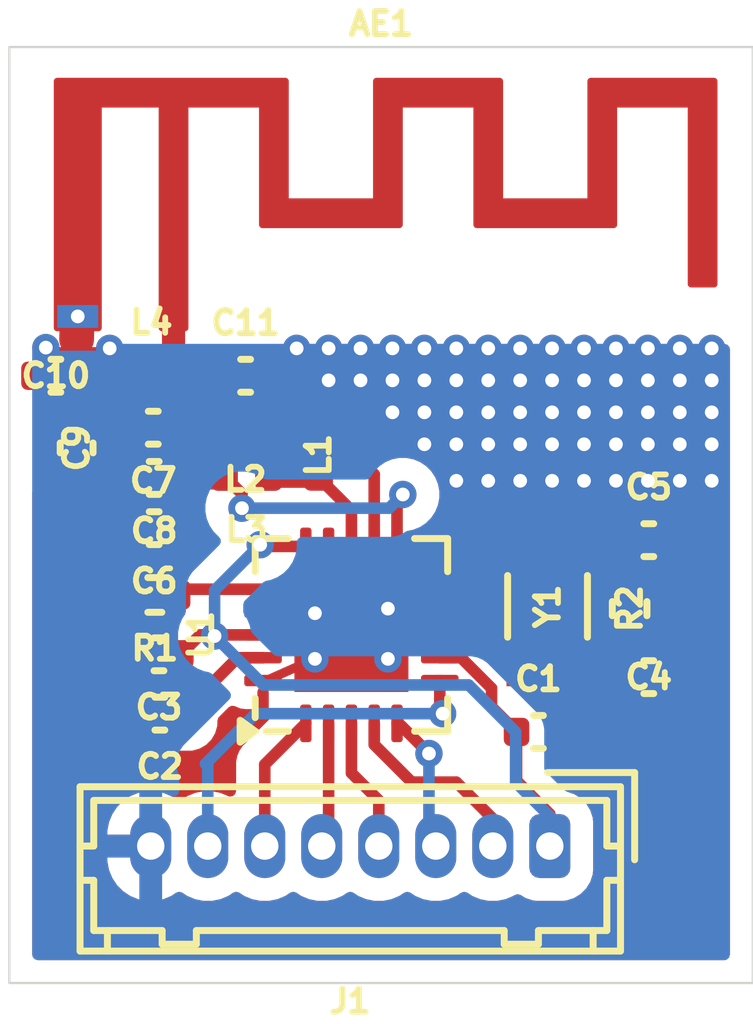
<source format=kicad_pcb>
(kicad_pcb (version 20241229) (generator "pcbnew") (generator_version "9.0")
  (layers (0 "F.Cu" signal) (2 "B.Cu" signal) (13 "F.Paste" user) (15 "B.Paste" user) (5 "F.SilkS" user "F.Silkscreen") (7 "B.SilkS" user "B.Silkscreen") (1 "F.Mask" user) (3 "B.Mask" user) (25 "Edge.Cuts" user))
  (net 0 "")
  (net 1 "Net-(AE1-A)")
  (net 2 "VDD")
  (net 3 "GND")
  (net 4 "Net-(U1-DVDD)")
  (net 5 "Net-(U1-XC2)")
  (net 6 "Net-(U1-XC1)")
  (net 7 "Net-(U1-VDD_PA)")
  (net 8 "Net-(C7-Pad1)")
  (net 9 "Net-(C10-Pad1)")
  (net 10 "Net-(J1-Pin_5)")
  (net 11 "Net-(J1-Pin_3)")
  (net 12 "Net-(J1-Pin_4)")
  (net 13 "Net-(J1-Pin_6)")
  (net 14 "Net-(J1-Pin_7)")
  (net 15 "Net-(J1-Pin_2)")
  (net 16 "Net-(U1-ANT1)")
  (net 17 "Net-(U1-ANT2)")
  (net 18 "Net-(U1-IREF)")
  (footprint "RF_Antenna:Texas_SWRA117D_2.4GHz_Right" (layer "F.Cu") (at 127.4 90.7)
    (property "Reference" "AE1" (at 4.55 -6.41 0) (layer "F.SilkS") (effects (font (size 0.508 0.508) (thickness 0.1524))))
    (property "Value" "Antenna")
    (fp_poly (pts (xy 2.45 -2.51) (xy 4.45 -2.51) (xy 4.45 -5.15) (xy 7.15 -5.15) (xy 7.15 -2.51) (xy 9.15 -2.51) (xy 9.15 -5.15) (xy 11.85 -5.15) (xy 11.85 -0.71) (xy 11.35 -0.71) (xy 11.35 -4.65) (xy 9.65 -4.65) (xy 9.65 -2.01) (xy 6.65 -2.01) (xy 6.65 -4.65) (xy 4.95 -4.65) (xy 4.95 -2.01) (xy 1.95 -2.01) (xy 1.95 -4.65) (xy 0.25 -4.65) (xy 0.25 0.25) (xy -0.25 0.25) (xy -0.25 -4.65) (xy -1.65 -4.65) (xy -1.65 0.25) (xy -2.55 0.25) (xy -2.55 0.006785) (xy -2.247583 0.006785) (xy -2.237742 0.054395) (xy -2.213674 0.096797) (xy -2.175731 0.129581) (xy -2.167819 0.133935) (xy -2.125156 0.146043) (xy -2.076637 0.1453) (xy -2.031122 0.1324) (xy -2.012511 0.121787) (xy -1.978868 0.086553) (xy -1.958309 0.041368) (xy -1.951778 -0.008158) (xy -1.960218 -0.056417) (xy -1.977112 -0.088643) (xy -2.012372 -0.121313) (xy -2.057682 -0.141408) (xy -2.107267 -0.147982) (xy -2.155353 -0.140092) (xy -2.188245 -0.123186) (xy -2.223185 -0.086416) (xy -2.242847 -0.041622) (xy -2.247583 0.006785) (xy -2.55 0.006785) (xy -2.55 -5.15) (xy 2.45 -5.15) (xy 2.45 -2.51)) (stroke (width 0.1524)) (fill yes) (layer "F.Cu") (net 1))
    (pad "1" connect rect (at 0 0) (size 0.5 0.5) (layers "F.Cu") (net 1 "Net-(AE1-A)"))
    (pad "2" thru_hole rect (at -2.1 0) (size 0.9 0.5) (drill 0.3) (layers "*.Cu"))
  )
  (footprint "Inductor_SMD:L_0402_1005Metric" (layer "F.Cu") (at 126.915 92)
    (property "Reference" "L4" (at 0 -1.17 0) (layer "F.SilkS") (effects (font (size 0.508 0.508) (thickness 0.1524))))
    (property "Value" "Lx")
    (pad "1" smd roundrect (at -0.485 0) (size 0.59 0.64) (layers "F.Cu" "F.Mask" "F.Paste") (net 9 "Net-(C10-Pad1)"))
    (pad "2" smd roundrect (at 0.485 0) (size 0.59 0.64) (layers "F.Cu" "F.Mask" "F.Paste") (net 1 "Net-(AE1-A)"))
  )
  (footprint "Resistor_SMD:R_0402_1005Metric" (layer "F.Cu") (at 126.99 96.8 180)
    (property "Reference" "R1" (at 0 -1.17 0) (layer "F.SilkS") (effects (font (size 0.508 0.508) (thickness 0.1524))))
    (property "Value" "22K")
    (fp_line (start -0.153641 0.38) (end 0.153641 0.38) (stroke (width 0.1524)) (layer "F.SilkS"))
    (fp_line (start -0.153641 -0.38) (end 0.153641 -0.38) (stroke (width 0.1524)) (layer "F.SilkS"))
    (pad "1" smd roundrect (at -0.51 0 180) (size 0.54 0.64) (layers "F.Cu" "F.Mask" "F.Paste") (net 18 "Net-(U1-IREF)"))
    (pad "2" smd roundrect (at 0.51 0 180) (size 0.54 0.64) (layers "F.Cu" "F.Mask" "F.Paste") (net 3 "GND"))
  )
  (footprint "Capacitor_SMD:C_0402_1005Metric" (layer "F.Cu") (at 126.975 94.2375 180)
    (property "Reference" "C8" (at 0 -1.16 0) (layer "F.SilkS") (effects (font (size 0.508 0.508) (thickness 0.1524))))
    (property "Value" "4.7pF")
    (fp_line (start -0.107836 0.36) (end 0.107836 0.36) (stroke (width 0.1524)) (layer "F.SilkS"))
    (fp_line (start -0.107836 -0.36) (end 0.107836 -0.36) (stroke (width 0.1524)) (layer "F.SilkS"))
    (pad "1" smd roundrect (at -0.48 0 180) (size 0.56 0.62) (layers "F.Cu" "F.Mask" "F.Paste") (net 7 "Net-(U1-VDD_PA)"))
    (pad "2" smd roundrect (at 0.48 0 180) (size 0.56 0.62) (layers "F.Cu" "F.Mask" "F.Paste") (net 3 "GND"))
  )
  (footprint "Connector_Hirose:Hirose_DF13-08P-1.25DSA_1x08_P1.25mm_Vertical" (layer "F.Cu") (at 135.65 102.3 180)
    (property "Reference" "J1" (at 4.38 -3.4 0) (layer "F.SilkS") (effects (font (size 0.508 0.508) (thickness 0.1524))))
    (property "Value" "Conn_01x08_Pin")
    (fp_line (start 10.3 1.3) (end 10.3 -2.3) (stroke (width 0.1524)) (layer "F.SilkS"))
    (fp_line (start 10.3 -0.75) (end 10 -0.75) (stroke (width 0.1524)) (layer "F.SilkS"))
    (fp_line (start 10.3 -2.3) (end -1.55 -2.3) (stroke (width 0.1524)) (layer "F.SilkS"))
    (fp_line (start 10 1) (end 10 0) (stroke (width 0.1524)) (layer "F.SilkS"))
    (fp_line (start 10 0) (end 10.3 0) (stroke (width 0.1524)) (layer "F.SilkS"))
    (fp_line (start 10 -0.75) (end 10 -1.85) (stroke (width 0.1524)) (layer "F.SilkS"))
    (fp_line (start 10 -1.85) (end 9.7 -1.85) (stroke (width 0.1524)) (layer "F.SilkS"))
    (fp_line (start 9.7 -1.85) (end 9.7 -2.3) (stroke (width 0.1524)) (layer "F.SilkS"))
    (fp_line (start 8.5 -1.85) (end 9.7 -1.85) (stroke (width 0.1524)) (layer "F.SilkS"))
    (fp_line (start 8.5 -2.15) (end 8.5 -1.85) (stroke (width 0.1524)) (layer "F.SilkS"))
    (fp_line (start 7.75 -1.85) (end 7.75 -2.15) (stroke (width 0.1524)) (layer "F.SilkS"))
    (fp_line (start 7.75 -2.15) (end 8.5 -2.15) (stroke (width 0.1524)) (layer "F.SilkS"))
    (fp_line (start 1 -1.85) (end 7.75 -1.85) (stroke (width 0.1524)) (layer "F.SilkS"))
    (fp_line (start 1 -2.15) (end 1 -1.85) (stroke (width 0.1524)) (layer "F.SilkS"))
    (fp_line (start 0.25 -1.85) (end 0.25 -2.15) (stroke (width 0.1524)) (layer "F.SilkS"))
    (fp_line (start 0.25 -2.15) (end 1 -2.15) (stroke (width 0.1524)) (layer "F.SilkS"))
    (fp_line (start -0.95 -1.85) (end 0.25 -1.85) (stroke (width 0.1524)) (layer "F.SilkS"))
    (fp_line (start -0.95 -1.85) (end -0.95 -2.3) (stroke (width 0.1524)) (layer "F.SilkS"))
    (fp_line (start -1.25 1) (end 10 1) (stroke (width 0.1524)) (layer "F.SilkS"))
    (fp_line (start -1.25 0) (end -1.25 1) (stroke (width 0.1524)) (layer "F.SilkS"))
    (fp_line (start -1.25 -0.75) (end -1.25 -1.85) (stroke (width 0.1524)) (layer "F.SilkS"))
    (fp_line (start -1.25 -1.85) (end -0.95 -1.85) (stroke (width 0.1524)) (layer "F.SilkS"))
    (fp_line (start -1.55 1.3) (end 10.3 1.3) (stroke (width 0.1524)) (layer "F.SilkS"))
    (fp_line (start -1.55 0) (end -1.25 0) (stroke (width 0.1524)) (layer "F.SilkS"))
    (fp_line (start -1.55 -0.75) (end -1.25 -0.75) (stroke (width 0.1524)) (layer "F.SilkS"))
    (fp_line (start -1.55 -2.3) (end -1.55 1.3) (stroke (width 0.1524)) (layer "F.SilkS"))
    (fp_line (start -1.86 1.61) (end 0.05 1.61) (stroke (width 0.1524)) (layer "F.SilkS"))
    (fp_line (start -1.86 -0.3) (end -1.86 1.61) (stroke (width 0.1524)) (layer "F.SilkS"))
    (pad "1" thru_hole roundrect (at 0 0 180) (size 0.9 1.4) (drill 0.6) (layers "*.Cu" "*.Mask") (net 2 "VDD"))
    (pad "2" thru_hole oval (at 1.25 0 180) (size 0.9 1.4) (drill 0.6) (layers "*.Cu" "*.Mask") (net 15 "Net-(J1-Pin_2)"))
    (pad "3" thru_hole oval (at 2.5 0 180) (size 0.9 1.4) (drill 0.6) (layers "*.Cu" "*.Mask") (net 11 "Net-(J1-Pin_3)"))
    (pad "4" thru_hole oval (at 3.75 0 180) (size 0.9 1.4) (drill 0.6) (layers "*.Cu" "*.Mask") (net 12 "Net-(J1-Pin_4)"))
    (pad "5" thru_hole oval (at 5 0 180) (size 0.9 1.4) (drill 0.6) (layers "*.Cu" "*.Mask") (net 10 "Net-(J1-Pin_5)"))
    (pad "6" thru_hole oval (at 6.25 0 180) (size 0.9 1.4) (drill 0.6) (layers "*.Cu" "*.Mask") (net 13 "Net-(J1-Pin_6)"))
    (pad "7" thru_hole oval (at 7.5 0 180) (size 0.9 1.4) (drill 0.6) (layers "*.Cu" "*.Mask") (net 14 "Net-(J1-Pin_7)"))
    (pad "8" thru_hole oval (at 8.75 0 180) (size 0.9 1.4) (drill 0.6) (layers "*.Cu" "*.Mask") (net 3 "GND"))
  )
  (footprint "Capacitor_SMD:C_0402_1005Metric" (layer "F.Cu") (at 126.955 93.1375 180)
    (property "Reference" "C7" (at 0 -1.16 0) (layer "F.SilkS") (effects (font (size 0.508 0.508) (thickness 0.1524))))
    (property "Value" "1.5pF")
    (fp_line (start -0.107836 0.36) (end 0.107836 0.36) (stroke (width 0.1524)) (layer "F.SilkS"))
    (fp_line (start -0.107836 -0.36) (end 0.107836 -0.36) (stroke (width 0.1524)) (layer "F.SilkS"))
    (pad "1" smd roundrect (at -0.48 0 180) (size 0.56 0.62) (layers "F.Cu" "F.Mask" "F.Paste") (net 8 "Net-(C7-Pad1)"))
    (pad "2" smd roundrect (at 0.48 0 180) (size 0.56 0.62) (layers "F.Cu" "F.Mask" "F.Paste") (net 9 "Net-(C10-Pad1)"))
  )
  (footprint "Inductor_SMD:L_0402_1005Metric" (layer "F.Cu") (at 129 94.2 180)
    (property "Reference" "L3" (at 0 -1.17 0) (layer "F.SilkS") (effects (font (size 0.508 0.508) (thickness 0.1524))))
    (property "Value" "2.7nH")
    (pad "1" smd roundrect (at -0.485 0 180) (size 0.59 0.64) (layers "F.Cu" "F.Mask" "F.Paste") (net 17 "Net-(U1-ANT2)"))
    (pad "2" smd roundrect (at 0.485 0 180) (size 0.59 0.64) (layers "F.Cu" "F.Mask" "F.Paste") (net 7 "Net-(U1-VDD_PA)"))
  )
  (footprint "Crystal:Crystal_SMD_3215-2Pin_3.2x1.5mm" (layer "F.Cu") (at 135.6 97.05 -90)
    (property "Reference" "Y1" (at 0 0 90) (layer "F.SilkS") (effects (font (size 0.508 0.508) (thickness 0.1524))))
    (property "Value" "16MHz")
    (fp_line (start -0.675 0.875) (end 0.675 0.875) (stroke (width 0.1524)) (layer "F.SilkS"))
    (fp_line (start -0.675 -0.875) (end 0.675 -0.875) (stroke (width 0.1524)) (layer "F.SilkS"))
    (pad "1" smd rect (at 1.25 0 270) (size 1 1.8) (layers "F.Cu" "F.Mask" "F.Paste") (net 5 "Net-(U1-XC2)"))
    (pad "2" smd rect (at -1.25 0 270) (size 1 1.8) (layers "F.Cu" "F.Mask" "F.Paste") (net 6 "Net-(U1-XC1)"))
  )
  (footprint "Capacitor_SMD:C_0402_1005Metric" (layer "F.Cu") (at 125.275 93.58 -90)
    (property "Reference" "C9" (at 0 0 90) (layer "F.SilkS") (effects (font (size 0.508 0.508) (thickness 0.1524))))
    (property "Value" "4.7pF")
    (fp_line (start -0.107836 0.36) (end 0.107836 0.36) (stroke (width 0.1524)) (layer "F.SilkS"))
    (fp_line (start -0.107836 -0.36) (end 0.107836 -0.36) (stroke (width 0.1524)) (layer "F.SilkS"))
    (pad "1" smd roundrect (at -0.48 0 270) (size 0.56 0.62) (layers "F.Cu" "F.Mask" "F.Paste") (net 9 "Net-(C10-Pad1)"))
    (pad "2" smd roundrect (at 0.48 0 270) (size 0.56 0.62) (layers "F.Cu" "F.Mask" "F.Paste") (net 3 "GND"))
  )
  (footprint "Package_DFN_QFN:QFN-20-1EP_4x4mm_P0.5mm_EP2.5x2.5mm" (layer "F.Cu") (at 131.3 97.675 90)
    (property "Reference" "U1" (at 0 -3.3 90) (layer "F.SilkS") (effects (font (size 0.508 0.508) (thickness 0.1524))))
    (property "Value" "NRF24L01")
    (fp_line (start 2.11 -2.11) (end 2.11 -1.385) (stroke (width 0.1524)) (layer "F.SilkS"))
    (fp_line (start 1.385 -2.11) (end 2.11 -2.11) (stroke (width 0.1524)) (layer "F.SilkS"))
    (fp_line (start -1.385 -2.11) (end -1.81 -2.11) (stroke (width 0.1524)) (layer "F.SilkS"))
    (fp_line (start -2.11 -1.385) (end -2.11 -1.87) (stroke (width 0.1524)) (layer "F.SilkS"))
    (fp_line (start 2.11 2.11) (end 2.11 1.385) (stroke (width 0.1524)) (layer "F.SilkS"))
    (fp_line (start 1.385 2.11) (end 2.11 2.11) (stroke (width 0.1524)) (layer "F.SilkS"))
    (fp_line (start -1.385 2.11) (end -2.11 2.11) (stroke (width 0.1524)) (layer "F.SilkS"))
    (fp_line (start -2.11 2.11) (end -2.11 1.385) (stroke (width 0.1524)) (layer "F.SilkS"))
    (fp_poly (pts (xy -2.11 -2.11) (xy -2.35 -2.44) (xy -1.87 -2.44)) (stroke (width 0.1524)) (fill yes) (layer "F.SilkS"))
    (pad "1" smd roundrect (at -1.9375 -1 90) (size 0.825 0.25) (layers "F.Cu" "F.Mask" "F.Paste") (net 13 "Net-(J1-Pin_6)"))
    (pad "2" smd roundrect (at -1.9375 -0.5 90) (size 0.825 0.25) (layers "F.Cu" "F.Mask" "F.Paste") (net 10 "Net-(J1-Pin_5)"))
    (pad "3" smd roundrect (at -1.9375 0 90) (size 0.825 0.25) (layers "F.Cu" "F.Mask" "F.Paste") (net 12 "Net-(J1-Pin_4)"))
    (pad "4" smd roundrect (at -1.9375 0.5 90) (size 0.825 0.25) (layers "F.Cu" "F.Mask" "F.Paste") (net 15 "Net-(J1-Pin_2)"))
    (pad "5" smd roundrect (at -1.9375 1 90) (size 0.825 0.25) (layers "F.Cu" "F.Mask" "F.Paste") (net 11 "Net-(J1-Pin_3)"))
    (pad "6" smd roundrect (at -1 1.9375 90) (size 0.25 0.825) (layers "F.Cu" "F.Mask" "F.Paste") (net 14 "Net-(J1-Pin_7)"))
    (pad "7" smd roundrect (at -0.5 1.9375 90) (size 0.25 0.825) (layers "F.Cu" "F.Mask" "F.Paste") (net 2 "VDD"))
    (pad "8" smd roundrect (at 0 1.9375 90) (size 0.25 0.825) (layers "F.Cu" "F.Mask" "F.Paste") (net 3 "GND"))
    (pad "9" smd roundrect (at 0.5 1.9375 90) (size 0.25 0.825) (layers "F.Cu" "F.Mask" "F.Paste") (net 5 "Net-(U1-XC2)"))
    (pad "10" smd roundrect (at 1 1.9375 90) (size 0.25 0.825) (layers "F.Cu" "F.Mask" "F.Paste") (net 6 "Net-(U1-XC1)"))
    (pad "11" smd roundrect (at 1.9375 1 90) (size 0.825 0.25) (layers "F.Cu" "F.Mask" "F.Paste") (net 7 "Net-(U1-VDD_PA)"))
    (pad "12" smd roundrect (at 1.9375 0.5 90) (size 0.825 0.25) (layers "F.Cu" "F.Mask" "F.Paste") (net 16 "Net-(U1-ANT1)"))
    (pad "13" smd roundrect (at 1.9375 0 90) (size 0.825 0.25) (layers "F.Cu" "F.Mask" "F.Paste") (net 17 "Net-(U1-ANT2)"))
    (pad "14" smd roundrect (at 1.9375 -0.5 90) (size 0.825 0.25) (layers "F.Cu" "F.Mask" "F.Paste") (net 3 "GND"))
    (pad "15" smd roundrect (at 1.9375 -1 90) (size 0.825 0.25) (layers "F.Cu" "F.Mask" "F.Paste") (net 2 "VDD"))
    (pad "16" smd roundrect (at 1 -1.9375 90) (size 0.25 0.825) (layers "F.Cu" "F.Mask" "F.Paste") (net 18 "Net-(U1-IREF)"))
    (pad "17" smd roundrect (at 0.5 -1.9375 90) (size 0.25 0.825) (layers "F.Cu" "F.Mask" "F.Paste") (net 3 "GND"))
    (pad "18" smd roundrect (at 0 -1.9375 90) (size 0.25 0.825) (layers "F.Cu" "F.Mask" "F.Paste") (net 2 "VDD"))
    (pad "19" smd roundrect (at -0.5 -1.9375 90) (size 0.25 0.825) (layers "F.Cu" "F.Mask" "F.Paste") (net 4 "Net-(U1-DVDD)"))
    (pad "20" smd roundrect (at -1 -1.9375 90) (size 0.25 0.825) (layers "F.Cu" "F.Mask" "F.Paste") (net 3 "GND"))
    (pad "21" smd rect (at 0 0 90) (size 2.5 2.5) (property pad_prop_heatsink) (layers "F.Cu" "F.Mask"))
  )
  (footprint "Resistor_SMD:R_0402_1005Metric" (layer "F.Cu") (at 137.4 97.1 90)
    (property "Reference" "R2" (at 0 0 90) (layer "F.SilkS") (effects (font (size 0.508 0.508) (thickness 0.1524))))
    (property "Value" "10M")
    (fp_line (start -0.153641 -0.38) (end 0.153641 -0.38) (stroke (width 0.1524)) (layer "F.SilkS"))
    (fp_line (start -0.153641 0.38) (end 0.153641 0.38) (stroke (width 0.1524)) (layer "F.SilkS"))
    (pad "1" smd roundrect (at -0.51 0 90) (size 0.54 0.64) (layers "F.Cu" "F.Mask" "F.Paste") (net 5 "Net-(U1-XC2)"))
    (pad "2" smd roundrect (at 0.51 0 90) (size 0.54 0.64) (layers "F.Cu" "F.Mask" "F.Paste") (net 6 "Net-(U1-XC1)"))
  )
  (footprint "Capacitor_SMD:C_0402_1005Metric" (layer "F.Cu") (at 135.4 99.8)
    (property "Reference" "C1" (at 0 -1.16 0) (layer "F.SilkS") (effects (font (size 0.508 0.508) (thickness 0.1524))))
    (property "Value" "10nF")
    (fp_line (start -0.107836 -0.36) (end 0.107836 -0.36) (stroke (width 0.1524)) (layer "F.SilkS"))
    (fp_line (start -0.107836 0.36) (end 0.107836 0.36) (stroke (width 0.1524)) (layer "F.SilkS"))
    (pad "1" smd roundrect (at -0.48 0) (size 0.56 0.62) (layers "F.Cu" "F.Mask" "F.Paste") (net 2 "VDD"))
    (pad "2" smd roundrect (at 0.48 0) (size 0.56 0.62) (layers "F.Cu" "F.Mask" "F.Paste") (net 3 "GND"))
  )
  (footprint "Capacitor_SMD:C_0402_1005Metric" (layer "F.Cu") (at 127.1 99.4 180)
    (property "Reference" "C2" (at 0 -1.16 0) (layer "F.SilkS") (effects (font (size 0.508 0.508) (thickness 0.1524))))
    (property "Value" "33nF")
    (fp_line (start -0.107836 0.36) (end 0.107836 0.36) (stroke (width 0.1524)) (layer "F.SilkS"))
    (fp_line (start -0.107836 -0.36) (end 0.107836 -0.36) (stroke (width 0.1524)) (layer "F.SilkS"))
    (pad "1" smd roundrect (at -0.48 0 180) (size 0.56 0.62) (layers "F.Cu" "F.Mask" "F.Paste") (net 4 "Net-(U1-DVDD)"))
    (pad "2" smd roundrect (at 0.48 0 180) (size 0.56 0.62) (layers "F.Cu" "F.Mask" "F.Paste") (net 3 "GND"))
  )
  (footprint "Capacitor_SMD:C_0402_1005Metric" (layer "F.Cu") (at 124.82 92 180)
    (property "Reference" "C10" (at 0 0 180) (layer "F.SilkS") (effects (font (size 0.508 0.508) (thickness 0.1524))))
    (property "Value" "Cx")
    (fp_line (start -0.107836 0.36) (end 0.107836 0.36) (stroke (width 0.1524)) (layer "F.SilkS"))
    (fp_line (start -0.107836 -0.36) (end 0.107836 -0.36) (stroke (width 0.1524)) (layer "F.SilkS"))
    (pad "1" smd roundrect (at -0.48 0 180) (size 0.56 0.62) (layers "F.Cu" "F.Mask" "F.Paste") (net 9 "Net-(C10-Pad1)"))
    (pad "2" smd roundrect (at 0.48 0 180) (size 0.56 0.62) (layers "F.Cu" "F.Mask" "F.Paste") (net 3 "GND"))
  )
  (footprint "Capacitor_SMD:C_0402_1005Metric" (layer "F.Cu") (at 137.82 95.6)
    (property "Reference" "C5" (at 0 -1.16 0) (layer "F.SilkS") (effects (font (size 0.508 0.508) (thickness 0.1524))))
    (property "Value" "22pF")
    (fp_line (start -0.107836 -0.36) (end 0.107836 -0.36) (stroke (width 0.1524)) (layer "F.SilkS"))
    (fp_line (start -0.107836 0.36) (end 0.107836 0.36) (stroke (width 0.1524)) (layer "F.SilkS"))
    (pad "1" smd roundrect (at -0.48 0) (size 0.56 0.62) (layers "F.Cu" "F.Mask" "F.Paste") (net 6 "Net-(U1-XC1)"))
    (pad "2" smd roundrect (at 0.48 0) (size 0.56 0.62) (layers "F.Cu" "F.Mask" "F.Paste") (net 3 "GND"))
  )
  (footprint "Capacitor_SMD:C_0402_1005Metric" (layer "F.Cu") (at 127.08 98.1 180)
    (property "Reference" "C3" (at 0 -1.16 0) (layer "F.SilkS") (effects (font (size 0.508 0.508) (thickness 0.1524))))
    (property "Value" "1nF")
    (fp_line (start -0.107836 0.36) (end 0.107836 0.36) (stroke (width 0.1524)) (layer "F.SilkS"))
    (fp_line (start -0.107836 -0.36) (end 0.107836 -0.36) (stroke (width 0.1524)) (layer "F.SilkS"))
    (pad "1" smd roundrect (at -0.48 0 180) (size 0.56 0.62) (layers "F.Cu" "F.Mask" "F.Paste") (net 2 "VDD"))
    (pad "2" smd roundrect (at 0.48 0 180) (size 0.56 0.62) (layers "F.Cu" "F.Mask" "F.Paste") (net 3 "GND"))
  )
  (footprint "Capacitor_SMD:C_0402_1005Metric" (layer "F.Cu") (at 128.98 92)
    (property "Reference" "C11" (at 0 -1.16 0) (layer "F.SilkS") (effects (font (size 0.508 0.508) (thickness 0.1524))))
    (property "Value" "Cx")
    (fp_line (start -0.107836 -0.36) (end 0.107836 -0.36) (stroke (width 0.1524)) (layer "F.SilkS"))
    (fp_line (start -0.107836 0.36) (end 0.107836 0.36) (stroke (width 0.1524)) (layer "F.SilkS"))
    (pad "1" smd roundrect (at -0.48 0) (size 0.56 0.62) (layers "F.Cu" "F.Mask" "F.Paste") (net 1 "Net-(AE1-A)"))
    (pad "2" smd roundrect (at 0.48 0) (size 0.56 0.62) (layers "F.Cu" "F.Mask" "F.Paste") (net 3 "GND"))
  )
  (footprint "Inductor_SMD:L_0402_1005Metric" (layer "F.Cu") (at 128.975 93.1 180)
    (property "Reference" "L2" (at 0 -1.17 0) (layer "F.SilkS") (effects (font (size 0.508 0.508) (thickness 0.1524))))
    (property "Value" "3.9nH")
    (pad "1" smd roundrect (at -0.485 0 180) (size 0.59 0.64) (layers "F.Cu" "F.Mask" "F.Paste") (net 16 "Net-(U1-ANT1)"))
    (pad "2" smd roundrect (at 0.485 0 180) (size 0.59 0.64) (layers "F.Cu" "F.Mask" "F.Paste") (net 8 "Net-(C7-Pad1)"))
  )
  (footprint "Capacitor_SMD:C_0402_1005Metric" (layer "F.Cu") (at 137.82 98.6)
    (property "Reference" "C4" (at 0 0 0) (layer "F.SilkS") (effects (font (size 0.508 0.508) (thickness 0.1524))))
    (property "Value" "22pF")
    (fp_line (start -0.107836 -0.36) (end 0.107836 -0.36) (stroke (width 0.1524)) (layer "F.SilkS"))
    (fp_line (start -0.107836 0.36) (end 0.107836 0.36) (stroke (width 0.1524)) (layer "F.SilkS"))
    (pad "1" smd roundrect (at -0.48 0) (size 0.56 0.62) (layers "F.Cu" "F.Mask" "F.Paste") (net 5 "Net-(U1-XC2)"))
    (pad "2" smd roundrect (at 0.48 0) (size 0.56 0.62) (layers "F.Cu" "F.Mask" "F.Paste") (net 3 "GND"))
  )
  (footprint "Capacitor_SMD:C_0402_1005Metric" (layer "F.Cu") (at 126.975 95.3375 180)
    (property "Reference" "C6" (at 0 -1.16 0) (layer "F.SilkS") (effects (font (size 0.508 0.508) (thickness 0.1524))))
    (property "Value" "2.2nF")
    (fp_line (start -0.107836 0.36) (end 0.107836 0.36) (stroke (width 0.1524)) (layer "F.SilkS"))
    (fp_line (start -0.107836 -0.36) (end 0.107836 -0.36) (stroke (width 0.1524)) (layer "F.SilkS"))
    (pad "1" smd roundrect (at -0.48 0 180) (size 0.56 0.62) (layers "F.Cu" "F.Mask" "F.Paste") (net 7 "Net-(U1-VDD_PA)"))
    (pad "2" smd roundrect (at 0.48 0 180) (size 0.56 0.62) (layers "F.Cu" "F.Mask" "F.Paste") (net 3 "GND"))
  )
  (footprint "Inductor_SMD:L_0402_1005Metric" (layer "F.Cu") (at 130.575 93.7375 -90)
    (property "Reference" "L1" (at 0 0 90) (layer "F.SilkS") (effects (font (size 0.508 0.508) (thickness 0.1524))))
    (property "Value" "8nH")
    (pad "1" smd roundrect (at -0.485 0 270) (size 0.59 0.64) (layers "F.Cu" "F.Mask" "F.Paste") (net 16 "Net-(U1-ANT1)"))
    (pad "2" smd roundrect (at 0.485 0 270) (size 0.59 0.64) (layers "F.Cu" "F.Mask" "F.Paste") (net 17 "Net-(U1-ANT2)"))
  )
  (gr_line (start 130.8 95.875) (end 130.5 97.125) (stroke (width 0.2)) (layer "F.Cu") (net 3))
  (gr_line (start 133.2 97.65) (end 132 98.15) (stroke (width 0.2)) (layer "F.Cu") (net 3))
  (gr_line (start 125.292733 90.552018) (end 125.274844 91.2) (stroke (width 0.762)) (layer "F.Cu") (net 1))
  (gr_line (start 125.274844 91.5) (end 125.9 91.5) (stroke (width 0.254)) (layer "F.Cu") (net 1))
  (gr_line (start 125.274844 91.5) (end 124.6 91.5) (stroke (width 0.254)) (layer "F.Cu") (net 1))
  (gr_line (start 130.5 98.2) (end 129.375 98.7) (stroke (width 0.2)) (layer "F.Cu") (net 3))
  (gr_line (start 130.45 97.2) (end 129.2 97.2) (stroke (width 0.2)) (layer "F.Cu") (net 3))
  (gr_rect (start 123.8 84.8) (end 140.1 105.3) (stroke (width 0.05)) (fill no) (layer "Edge.Cuts"))
  (segment (start 127.4 92) (end 128.5 92) (width 0.508) (layer "F.Cu") (net 1))
  (segment (start 127.4 92) (end 127.4 90.7) (width 0.508) (layer "F.Cu") (net 1))
  (segment (start 129.3625 97.675) (end 127.985 97.675) (width 0.254) (layer "F.Cu") (net 2))
  (segment (start 134.372 98.843016) (end 134.372 99.252) (width 0.254) (layer "F.Cu") (net 2))
  (segment (start 127.985 97.675) (end 127.56 98.1) (width 0.254) (layer "F.Cu") (net 2))
  (segment (start 130.3 95.7375) (end 129.3375 95.7375) (width 0.254) (layer "F.Cu") (net 2))
  (segment (start 135.65 101.6) (end 134.92 100.87) (width 0.254) (layer "F.Cu") (net 2))
  (segment (start 133.703984 98.175) (end 134.372 98.843016) (width 0.254) (layer "F.Cu") (net 2))
  (segment (start 134.92 100.87) (end 134.92 99.8) (width 0.254) (layer "F.Cu") (net 2))
  (segment (start 133.2375 98.175) (end 133.703984 98.175) (width 0.254) (layer "F.Cu") (net 2))
  (segment (start 134.372 99.252) (end 134.92 99.8) (width 0.254) (layer "F.Cu") (net 2))
  (segment (start 129.3375 95.7375) (end 129.3 95.7) (width 0.254) (layer "F.Cu") (net 2))
  (segment (start 135.65 102.3) (end 135.65 101.6) (width 0.254) (layer "F.Cu") (net 2))
  (via (at 129.3 95.7) (size 0.6) (drill 0.3) (layers "F.Cu" "B.Cu") (net 2))
  (via (at 128.3 97.7) (size 0.6) (drill 0.3) (layers "F.Cu" "B.Cu") (net 2))
  (segment (start 133.872 98.772) (end 134.9 99.8) (width 0.254) (layer "B.Cu") (net 2))
  (segment (start 129.3 95.7) (end 128.3 96.7) (width 0.254) (layer "B.Cu") (net 2))
  (segment (start 134.9 99.8) (end 134.9 100.9) (width 0.254) (layer "B.Cu") (net 2))
  (segment (start 135.65 101.65) (end 135.65 102.3) (width 0.254) (layer "B.Cu") (net 2))
  (segment (start 128.3 97.7) (end 129.372 98.772) (width 0.254) (layer "B.Cu") (net 2))
  (segment (start 128.3 96.7) (end 128.3 97.7) (width 0.254) (layer "B.Cu") (net 2))
  (segment (start 129.372 98.772) (end 133.872 98.772) (width 0.254) (layer "B.Cu") (net 2))
  (segment (start 134.9 100.9) (end 135.65 101.65) (width 0.254) (layer "B.Cu") (net 2))
  (segment (start 125.4525 94.2375) (end 125.275 94.06) (width 0.508) (layer "F.Cu") (net 3))
  (segment (start 126.495 94.2375) (end 126.495 95.3375) (width 0.508) (layer "F.Cu") (net 3))
  (segment (start 126.495 94.2375) (end 125.4525 94.2375) (width 0.508) (layer "F.Cu") (net 3))
  (via (at 138.5 92.8) (size 0.6) (drill 0.3) (layers "F.Cu" "B.Cu") (net 3))
  (via (at 137.1 92.8) (size 0.6) (drill 0.3) (layers "F.Cu" "B.Cu") (net 3))
  (via (at 135.7 92.1) (size 0.6) (drill 0.3) (layers "F.Cu" "B.Cu") (net 3))
  (via (at 132.2 92.8) (size 0.6) (drill 0.3) (layers "F.Cu" "B.Cu") (net 3))
  (via (at 135 91.4) (size 0.6) (drill 0.3) (layers "F.Cu" "B.Cu") (net 3))
  (via (at 136.4 92.1) (size 0.6) (drill 0.3) (layers "F.Cu" "B.Cu") (net 3))
  (via (at 130.8 91.4) (size 0.6) (drill 0.3) (layers "F.Cu" "B.Cu") (net 3))
  (via (at 136.4 94.3) (size 0.6) (drill 0.3) (layers "F.Cu" "B.Cu") (net 3))
  (via (at 137.1 94.3) (size 0.6) (drill 0.3) (layers "F.Cu" "B.Cu") (net 3))
  (via (at 132.9 91.4) (size 0.6) (drill 0.3) (layers "F.Cu" "B.Cu") (net 3))
  (via (at 130.5 98.2) (size 0.6) (drill 0.3) (layers "F.Cu" "B.Cu") (net 3))
  (via (at 139.2 92.1) (size 0.6) (drill 0.3) (layers "F.Cu" "B.Cu") (net 3))
  (via (at 134.3 91.4) (size 0.6) (drill 0.3) (layers "F.Cu" "B.Cu") (net 3))
  (via (at 139.2 91.4) (size 0.6) (drill 0.3) (layers "F.Cu" "B.Cu") (net 3))
  (via (at 135 93.5) (size 0.6) (drill 0.3) (layers "F.Cu" "B.Cu") (net 3))
  (via (at 126 91.4) (size 0.6) (drill 0.3) (layers "F.Cu" "B.Cu") (net 3))
  (via (at 132.2 92.1) (size 0.6) (drill 0.3) (layers "F.Cu" "B.Cu") (net 3))
  (via (at 134.3 92.1) (size 0.6) (drill 0.3) (layers "F.Cu" "B.Cu") (net 3))
  (via (at 131.5 92.1) (size 0.6) (drill 0.3) (layers "F.Cu" "B.Cu") (net 3))
  (via (at 135 92.1) (size 0.6) (drill 0.3) (layers "F.Cu" "B.Cu") (net 3))
  (via (at 137.1 91.4) (size 0.6) (drill 0.3) (layers "F.Cu" "B.Cu") (net 3))
  (via (at 137.1 92.1) (size 0.6) (drill 0.3) (layers "F.Cu" "B.Cu") (net 3))
  (via (at 136.4 92.8) (size 0.6) (drill 0.3) (layers "F.Cu" "B.Cu") (net 3))
  (via (at 133.6 93.5) (size 0.6) (drill 0.3) (layers "F.Cu" "B.Cu") (net 3))
  (via (at 133.6 91.4) (size 0.6) (drill 0.3) (layers "F.Cu" "B.Cu") (net 3))
  (via (at 134.3 94.3) (size 0.6) (drill 0.3) (layers "F.Cu" "B.Cu") (net 3))
  (via (at 138.5 93.5) (size 0.6) (drill 0.3) (layers "F.Cu" "B.Cu") (net 3))
  (via (at 124.599999 91.383013) (size 0.6) (drill 0.3) (layers "F.Cu" "B.Cu") (net 3))
  (via (at 139.2 93.5) (size 0.6) (drill 0.3) (layers "F.Cu" "B.Cu") (net 3))
  (via (at 135.7 92.8) (size 0.6) (drill 0.3) (layers "F.Cu" "B.Cu") (net 3))
  (via (at 135 92.8) (size 0.6) (drill 0.3) (layers "F.Cu" "B.Cu") (net 3))
  (via (at 134.3 92.8) (size 0.6) (drill 0.3) (layers "F.Cu" "B.Cu") (net 3))
  (via (at 137.8 94.3) (size 0.6) (drill 0.3) (layers "F.Cu" "B.Cu") (net 3))
  (via (at 132.9 93.5) (size 0.6) (drill 0.3) (layers "F.Cu" "B.Cu") (net 3))
  (via (at 137.8 92.1) (size 0.6) (drill 0.3) (layers "F.Cu" "B.Cu") (net 3))
  (via (at 132.1 98.2) (size 0.6) (drill 0.3) (layers "F.Cu" "B.Cu") (net 3))
  (via (at 130.1 91.4) (size 0.6) (drill 0.3) (layers "F.Cu" "B.Cu") (net 3))
  (via (at 135.7 94.3) (size 0.6) (drill 0.3) (layers "F.Cu" "B.Cu") (net 3))
  (via (at 137.8 93.5) (size 0.6) (drill 0.3) (layers "F.Cu" "B.Cu") (net 3))
  (via (at 133.6 92.8) (size 0.6) (drill 0.3) (layers "F.Cu" "B.Cu") (net 3))
  (via (at 135.7 91.4) (size 0.6) (drill 0.3) (layers "F.Cu" "B.Cu") (net 3))
  (via (at 134.3 93.5) (size 0.6) (drill 0.3) (layers "F.Cu" "B.Cu") (net 3))
  (via (at 135 94.3) (size 0.6) (drill 0.3) (layers "F.Cu" "B.Cu") (net 3))
  (via (at 135.7 93.5) (size 0.6) (drill 0.3) (layers "F.Cu" "B.Cu") (net 3))
  (via (at 132.1 97.1) (size 0.6) (drill 0.3) (layers "F.Cu" "B.Cu") (net 3))
  (via (at 138.5 94.3) (size 0.6) (drill 0.3) (layers "F.Cu" "B.Cu") (net 3))
  (via (at 139.2 94.3) (size 0.6) (drill 0.3) (layers "F.Cu" "B.Cu") (net 3))
  (via (at 131.5 91.4) (size 0.6) (drill 0.3) (layers "F.Cu" "B.Cu") (net 3))
  (via (at 138.5 91.4) (size 0.6) (drill 0.3) (layers "F.Cu" "B.Cu") (net 3))
  (via (at 132.9 92.8) (size 0.6) (drill 0.3) (layers "F.Cu" "B.Cu") (net 3))
  (via (at 138.5 92.1) (size 0.6) (drill 0.3) (layers "F.Cu" "B.Cu") (net 3))
  (via (at 133.6 92.1) (size 0.6) (drill 0.3) (layers "F.Cu" "B.Cu") (net 3))
  (via (at 137.1 93.5) (size 0.6) (drill 0.3) (layers "F.Cu" "B.Cu") (net 3))
  (via (at 133.6 94.3) (size 0.6) (drill 0.3) (layers "F.Cu" "B.Cu") (net 3))
  (via (at 136.4 91.4) (size 0.6) (drill 0.3) (layers "F.Cu" "B.Cu") (net 3))
  (via (at 136.4 93.5) (size 0.6) (drill 0.3) (layers "F.Cu" "B.Cu") (net 3))
  (via (at 137.8 92.8) (size 0.6) (drill 0.3) (layers "F.Cu" "B.Cu") (net 3))
  (via (at 132.9 92.1) (size 0.6) (drill 0.3) (layers "F.Cu" "B.Cu") (net 3))
  (via (at 139.2 92.8) (size 0.6) (drill 0.3) (layers "F.Cu" "B.Cu") (net 3))
  (via (at 130.8 92.1) (size 0.6) (drill 0.3) (layers "F.Cu" "B.Cu") (net 3))
  (via (at 130.5 97.2) (size 0.6) (drill 0.3) (layers "F.Cu" "B.Cu") (net 3))
  (via (at 132.2 91.4) (size 0.6) (drill 0.3) (layers "F.Cu" "B.Cu") (net 3))
  (via (at 137.8 91.4) (size 0.6) (drill 0.3) (layers "F.Cu" "B.Cu") (net 3))
  (segment (start 129.3625 98.175) (end 128.805 98.175) (width 0.254) (layer "F.Cu") (net 4))
  (segment (start 128.805 98.175) (end 127.58 99.4) (width 0.254) (layer "F.Cu") (net 4))
  (segment (start 137.4 98.54) (end 137.34 98.6) (width 0.254) (layer "F.Cu") (net 5))
  (segment (start 135.9 98.6) (end 135.6 98.3) (width 0.254) (layer "F.Cu") (net 5))
  (segment (start 137.4 97.61) (end 137.4 98.54) (width 0.254) (layer "F.Cu") (net 5))
  (segment (start 134.43 97.13) (end 135.6 98.3) (width 0.254) (layer "F.Cu") (net 5))
  (segment (start 133.2825 97.13) (end 134.43 97.13) (width 0.254) (layer "F.Cu") (net 5))
  (segment (start 137.34 98.6) (end 135.9 98.6) (width 0.254) (layer "F.Cu") (net 5))
  (segment (start 133.2375 97.175) (end 133.2825 97.13) (width 0.254) (layer "F.Cu") (net 5))
  (segment (start 137.34 96.53) (end 137.4 96.59) (width 0.254) (layer "F.Cu") (net 6))
  (segment (start 135.6 95.8) (end 137.14 95.8) (width 0.254) (layer "F.Cu") (net 6))
  (segment (start 137.14 95.8) (end 137.34 95.6) (width 0.254) (layer "F.Cu") (net 6))
  (segment (start 134.1125 95.8) (end 135.6 95.8) (width 0.254) (layer "F.Cu") (net 6))
  (segment (start 133.2375 96.675) (end 134.1125 95.8) (width 0.254) (layer "F.Cu") (net 6))
  (segment (start 137.34 95.6) (end 137.34 96.53) (width 0.254) (layer "F.Cu") (net 6))
  (segment (start 128.9 94.9) (end 128.9 94.585) (width 0.254) (layer "F.Cu") (net 7))
  (segment (start 132.3 94.727) (end 132.427 94.6) (width 0.254) (layer "F.Cu") (net 7))
  (segment (start 128.9 94.585) (end 128.515 94.2) (width 0.254) (layer "F.Cu") (net 7))
  (segment (start 132.3 94.8) (end 132.3 94.727) (width 0.254) (layer "F.Cu") (net 7))
  (segment (start 128.4775 94.2375) (end 128.515 94.2) (width 0.508) (layer "F.Cu") (net 7))
  (segment (start 132.3 95.7375) (end 132.3 94.8) (width 0.254) (layer "F.Cu") (net 7))
  (segment (start 127.455 94.2375) (end 127.455 95.3375) (width 0.508) (layer "F.Cu") (net 7))
  (segment (start 127.455 94.2375) (end 128.4775 94.2375) (width 0.508) (layer "F.Cu") (net 7))
  (via (at 132.427 94.6) (size 0.6) (drill 0.3) (layers "F.Cu" "B.Cu") (net 7))
  (via (at 128.9 94.9) (size 0.6) (drill 0.3) (layers "F.Cu" "B.Cu") (net 7))
  (segment (start 132.127 94.9) (end 128.9 94.9) (width 0.254) (layer "B.Cu") (net 7))
  (segment (start 132.427 94.6) (end 132.127 94.9) (width 0.254) (layer "B.Cu") (net 7))
  (segment (start 127.435 93.1375) (end 128.4525 93.1375) (width 0.508) (layer "F.Cu") (net 8))
  (segment (start 128.4525 93.1375) (end 128.49 93.1) (width 0.508) (layer "F.Cu") (net 8))
  (segment (start 126.475 93.1375) (end 126.475 92.045) (width 0.508) (layer "F.Cu") (net 9))
  (segment (start 126.475 92.045) (end 126.43 92) (width 0.508) (layer "F.Cu") (net 9))
  (segment (start 125.275 93.1) (end 126.4375 93.1) (width 0.508) (layer "F.Cu") (net 9))
  (segment (start 125.3 93.0325) (end 125.275 93.0575) (width 0.508) (layer "F.Cu") (net 9))
  (segment (start 125.3 92) (end 125.3 93.0325) (width 0.508) (layer "F.Cu") (net 9))
  (segment (start 126.4375 93.1) (end 126.475 93.1375) (width 0.508) (layer "F.Cu") (net 9))
  (segment (start 130.8 102.15) (end 130.65 102.3) (width 0.254) (layer "F.Cu") (net 10))
  (segment (start 130.8 99.6125) (end 130.8 102.15) (width 0.254) (layer "F.Cu") (net 10))
  (segment (start 132.3395 99.6125) (end 133 100.273) (width 0.254) (layer "F.Cu") (net 11))
  (segment (start 132.3 99.6125) (end 132.3395 99.6125) (width 0.254) (layer "F.Cu") (net 11))
  (via (at 133 100.273) (size 0.6) (drill 0.3) (layers "F.Cu" "B.Cu") (net 11))
  (segment (start 133 100.273) (end 133 102.15) (width 0.254) (layer "B.Cu") (net 11))
  (segment (start 133 102.15) (end 133.15 102.3) (width 0.254) (layer "B.Cu") (net 11))
  (segment (start 131.3 99.6125) (end 131.3 100.7) (width 0.254) (layer "F.Cu") (net 12))
  (segment (start 131.3 100.7) (end 131.9 101.3) (width 0.254) (layer "F.Cu") (net 12))
  (segment (start 131.9 101.3) (end 131.9 102.3) (width 0.254) (layer "F.Cu") (net 12))
  (segment (start 130.3 99.6125) (end 129.4 100.5125) (width 0.254) (layer "F.Cu") (net 13))
  (segment (start 129.4 100.5125) (end 129.4 102.3) (width 0.254) (layer "F.Cu") (net 13))
  (segment (start 133.2375 99.3375) (end 133.3 99.4) (width 0.254) (layer "F.Cu") (net 14))
  (segment (start 133.2375 98.675) (end 133.2375 99.3375) (width 0.254) (layer "F.Cu") (net 14))
  (via (at 133.3 99.4) (size 0.6) (drill 0.3) (layers "F.Cu" "B.Cu") (net 14))
  (segment (start 128.1 100.5) (end 128.15 100.55) (width 0.254) (layer "B.Cu") (net 14))
  (segment (start 129.2 99.4) (end 128.1 100.5) (width 0.254) (layer "B.Cu") (net 14))
  (segment (start 128.15 100.55) (end 128.15 102.3) (width 0.254) (layer "B.Cu") (net 14))
  (segment (start 133.3 99.4) (end 129.2 99.4) (width 0.254) (layer "B.Cu") (net 14))
  (segment (start 131.8 99.6125) (end 131.8 100.078984) (width 0.254) (layer "F.Cu") (net 15))
  (segment (start 132.621016 100.9) (end 133.6 100.9) (width 0.254) (layer "F.Cu") (net 15))
  (segment (start 133.6 100.9) (end 134.4 101.7) (width 0.254) (layer "F.Cu") (net 15))
  (segment (start 134.4 101.7) (end 134.4 102.3) (width 0.254) (layer "F.Cu") (net 15))
  (segment (start 131.8 100.078984) (end 132.621016 100.9) (width 0.254) (layer "F.Cu") (net 15))
  (segment (start 130.575 93.2525) (end 130.894999 93.2525) (width 0.254) (layer "F.Cu") (net 16))
  (segment (start 130.894999 93.2525) (end 131.8 94.157501) (width 0.254) (layer "F.Cu") (net 16))
  (segment (start 131.8 94.157501) (end 131.8 95.7375) (width 0.254) (layer "F.Cu") (net 16))
  (segment (start 129.46 93.1) (end 130.4225 93.1) (width 0.508) (layer "F.Cu") (net 16))
  (segment (start 130.4225 93.1) (end 130.575 93.2525) (width 0.508) (layer "F.Cu") (net 16))
  (segment (start 130.5525 94.2) (end 130.575 94.2225) (width 0.508) (layer "F.Cu") (net 17))
  (segment (start 131.3 95.7375) (end 131.3 94.9475) (width 0.254) (layer "F.Cu") (net 17))
  (segment (start 129.485 94.2) (end 130.5525 94.2) (width 0.508) (layer "F.Cu") (net 17))
  (segment (start 131.3 94.9475) (end 130.575 94.2225) (width 0.254) (layer "F.Cu") (net 17))
  (segment (start 129.3625 96.675) (end 127.625 96.675) (width 0.254) (layer "F.Cu") (net 18))
  (segment (start 127.625 96.675) (end 127.5 96.8) (width 0.254) (layer "F.Cu") (net 18))
  (zone (net 3) (net_name "GND") (layer "F.Cu") (priority 1) (connect_pads (clearance 0.5)) (min_thickness 0.25) (fill yes (thermal_gap 0.5) (thermal_bridge_width 0.5))
    (polygon (pts (xy 123.8 91.3) (xy 140.1 91.3) (xy 140.1 105.3) (xy 123.8 105.3)))
  )
  (zone (net 3) (net_name "GND") (layer "B.Cu") (priority 1) (connect_pads (clearance 0.5)) (min_thickness 0.25) (fill yes (thermal_gap 0.5) (thermal_bridge_width 0.5))
    (polygon (pts (xy 123.8 91.3) (xy 140.1 91.3) (xy 140.1 105.3) (xy 123.8 105.3)))
  )
)
</source>
